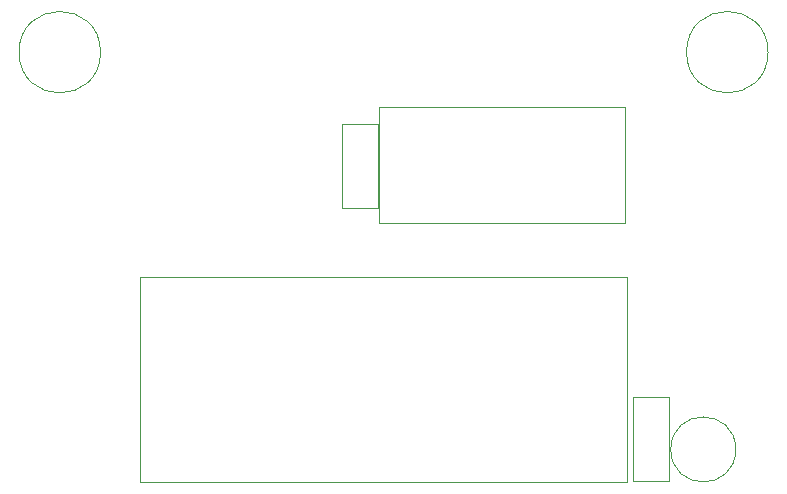
<source format=gbr>
%TF.GenerationSoftware,KiCad,Pcbnew,7.0.11-7.0.11~ubuntu22.04.1*%
%TF.CreationDate,2024-08-09T11:46:46-04:00*%
%TF.ProjectId,colecovision_standard_cart,636f6c65-636f-4766-9973-696f6e5f7374,rev?*%
%TF.SameCoordinates,Original*%
%TF.FileFunction,Other,User*%
%FSLAX46Y46*%
G04 Gerber Fmt 4.6, Leading zero omitted, Abs format (unit mm)*
G04 Created by KiCad (PCBNEW 7.0.11-7.0.11~ubuntu22.04.1) date 2024-08-09 11:46:46*
%MOMM*%
%LPD*%
G01*
G04 APERTURE LIST*
%ADD10C,0.050000*%
G04 APERTURE END LIST*
D10*
%TO.C,C1*%
X158901000Y-97530000D02*
X161901000Y-97530000D01*
X161901000Y-97530000D02*
X161901000Y-90430000D01*
X158901000Y-90430000D02*
X158901000Y-97530000D01*
X161901000Y-90430000D02*
X158901000Y-90430000D01*
%TO.C,C2*%
X134263000Y-74416000D02*
X137263000Y-74416000D01*
X137263000Y-74416000D02*
X137263000Y-67316000D01*
X134263000Y-67316000D02*
X134263000Y-74416000D01*
X137263000Y-67316000D02*
X134263000Y-67316000D01*
%TO.C,H2*%
X170328000Y-61214000D02*
G75*
G03*
X163428000Y-61214000I-3450000J0D01*
G01*
X163428000Y-61214000D02*
G75*
G03*
X170328000Y-61214000I3450000J0D01*
G01*
%TO.C,U1*%
X137388000Y-75649000D02*
X158238000Y-75649000D01*
X158238000Y-75649000D02*
X158238000Y-65849000D01*
X137388000Y-65849000D02*
X137388000Y-75649000D01*
X158238000Y-65849000D02*
X137388000Y-65849000D01*
%TO.C,U2*%
X158395000Y-80230000D02*
X117195000Y-80230000D01*
X117195000Y-80230000D02*
X117195000Y-97580000D01*
X158395000Y-97580000D02*
X158395000Y-80230000D01*
X117195000Y-97580000D02*
X158395000Y-97580000D01*
%TO.C,C10*%
X167596000Y-94849000D02*
G75*
G03*
X162096000Y-94849000I-2750000J0D01*
G01*
X162096000Y-94849000D02*
G75*
G03*
X167596000Y-94849000I2750000J0D01*
G01*
%TO.C,H1*%
X113813000Y-61214000D02*
G75*
G03*
X106913000Y-61214000I-3450000J0D01*
G01*
X106913000Y-61214000D02*
G75*
G03*
X113813000Y-61214000I3450000J0D01*
G01*
%TD*%
M02*

</source>
